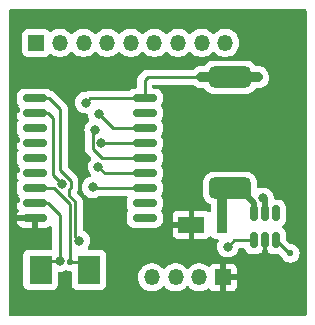
<source format=gbr>
%TF.GenerationSoftware,KiCad,Pcbnew,7.0.1-3b83917a11~172~ubuntu22.04.1*%
%TF.CreationDate,2023-03-19T17:12:06-07:00*%
%TF.ProjectId,CAN_Controller,43414e5f-436f-46e7-9472-6f6c6c65722e,rev?*%
%TF.SameCoordinates,Original*%
%TF.FileFunction,Copper,L1,Top*%
%TF.FilePolarity,Positive*%
%FSLAX46Y46*%
G04 Gerber Fmt 4.6, Leading zero omitted, Abs format (unit mm)*
G04 Created by KiCad (PCBNEW 7.0.1-3b83917a11~172~ubuntu22.04.1) date 2023-03-19 17:12:06*
%MOMM*%
%LPD*%
G01*
G04 APERTURE LIST*
G04 Aperture macros list*
%AMRoundRect*
0 Rectangle with rounded corners*
0 $1 Rounding radius*
0 $2 $3 $4 $5 $6 $7 $8 $9 X,Y pos of 4 corners*
0 Add a 4 corners polygon primitive as box body*
4,1,4,$2,$3,$4,$5,$6,$7,$8,$9,$2,$3,0*
0 Add four circle primitives for the rounded corners*
1,1,$1+$1,$2,$3*
1,1,$1+$1,$4,$5*
1,1,$1+$1,$6,$7*
1,1,$1+$1,$8,$9*
0 Add four rect primitives between the rounded corners*
20,1,$1+$1,$2,$3,$4,$5,0*
20,1,$1+$1,$4,$5,$6,$7,0*
20,1,$1+$1,$6,$7,$8,$9,0*
20,1,$1+$1,$8,$9,$2,$3,0*%
G04 Aperture macros list end*
%TA.AperFunction,ComponentPad*%
%ADD10R,1.350000X1.350000*%
%TD*%
%TA.AperFunction,ComponentPad*%
%ADD11O,1.350000X1.350000*%
%TD*%
%TA.AperFunction,SMDPad,CuDef*%
%ADD12RoundRect,0.150000X-0.875000X-0.150000X0.875000X-0.150000X0.875000X0.150000X-0.875000X0.150000X0*%
%TD*%
%TA.AperFunction,SMDPad,CuDef*%
%ADD13R,1.900000X2.400000*%
%TD*%
%TA.AperFunction,SMDPad,CuDef*%
%ADD14RoundRect,0.445000X-1.335000X-0.445000X1.335000X-0.445000X1.335000X0.445000X-1.335000X0.445000X0*%
%TD*%
%TA.AperFunction,SMDPad,CuDef*%
%ADD15RoundRect,0.150000X0.150000X-0.512500X0.150000X0.512500X-0.150000X0.512500X-0.150000X-0.512500X0*%
%TD*%
%TA.AperFunction,SMDPad,CuDef*%
%ADD16R,2.200000X1.400000*%
%TD*%
%TA.AperFunction,SMDPad,CuDef*%
%ADD17R,0.900000X1.400000*%
%TD*%
%TA.AperFunction,ViaPad*%
%ADD18C,0.533400*%
%TD*%
%TA.AperFunction,ViaPad*%
%ADD19C,0.800000*%
%TD*%
%TA.AperFunction,Conductor*%
%ADD20C,0.508000*%
%TD*%
%TA.AperFunction,Conductor*%
%ADD21C,0.250000*%
%TD*%
%TA.AperFunction,Conductor*%
%ADD22C,0.825500*%
%TD*%
G04 APERTURE END LIST*
D10*
%TO.P,J1,1,Pin_1*%
%TO.N,GND*%
X138584000Y-95729000D03*
D11*
%TO.P,J1,2,Pin_2*%
%TO.N,Vdd*%
X136584000Y-95729000D03*
%TO.P,J1,3,Pin_3*%
%TO.N,CAN L*%
X134584000Y-95729000D03*
%TO.P,J1,4,Pin_4*%
%TO.N,CAN H*%
X132584000Y-95729000D03*
%TD*%
D10*
%TO.P,J5,1,Pin_1*%
%TO.N,Net-(J5-Pin_1)*%
X122794000Y-75879000D03*
D11*
%TO.P,J5,2,Pin_2*%
%TO.N,Net-(J5-Pin_2)*%
X124794000Y-75879000D03*
%TO.P,J5,3,Pin_3*%
%TO.N,Net-(J5-Pin_3)*%
X126794000Y-75879000D03*
%TO.P,J5,4,Pin_4*%
%TO.N,Net-(J5-Pin_4)*%
X128794000Y-75879000D03*
%TO.P,J5,5,Pin_5*%
%TO.N,Net-(J5-Pin_5)*%
X130794000Y-75879000D03*
%TO.P,J5,6,Pin_6*%
%TO.N,Net-(J5-Pin_6)*%
X132794000Y-75879000D03*
%TO.P,J5,7,Pin_7*%
%TO.N,Net-(J5-Pin_7)*%
X134794000Y-75879000D03*
%TO.P,J5,8,Pin_8*%
%TO.N,Net-(J5-Pin_8)*%
X136794000Y-75879000D03*
%TO.P,J5,9,Pin_9*%
%TO.N,Vos*%
X138794000Y-75879000D03*
%TD*%
D12*
%TO.P,U2,1,TXCAN*%
%TO.N,Net-(U2-TXCAN)*%
X122669000Y-80559000D03*
%TO.P,U2,2,RXCAN*%
%TO.N,Net-(U2-RXCAN)*%
X122669000Y-81829000D03*
%TO.P,U2,3,CLKOUT/SOF*%
%TO.N,unconnected-(U2-CLKOUT{slash}SOF-Pad3)*%
X122669000Y-83099000D03*
%TO.P,U2,4,~{TX0RTS}*%
%TO.N,unconnected-(U2-~{TX0RTS}-Pad4)*%
X122669000Y-84369000D03*
%TO.P,U2,5,~{TX1RTS}*%
%TO.N,unconnected-(U2-~{TX1RTS}-Pad5)*%
X122669000Y-85639000D03*
%TO.P,U2,6,~{TX2RTS}*%
%TO.N,unconnected-(U2-~{TX2RTS}-Pad6)*%
X122669000Y-86909000D03*
%TO.P,U2,7,OSC2*%
%TO.N,Net-(U2-OSC2)*%
X122669000Y-88179000D03*
%TO.P,U2,8,OSC1*%
%TO.N,Net-(U2-OSC1)*%
X122669000Y-89449000D03*
%TO.P,U2,9,VSS*%
%TO.N,GND*%
X122669000Y-90719000D03*
%TO.P,U2,10,~{RX1BF}*%
%TO.N,unconnected-(U2-~{RX1BF}-Pad10)*%
X131969000Y-90719000D03*
%TO.P,U2,11,~{RX0BF}*%
%TO.N,unconnected-(U2-~{RX0BF}-Pad11)*%
X131969000Y-89449000D03*
%TO.P,U2,12,~{INT}*%
%TO.N,Net-(U1-PB0)*%
X131969000Y-88179000D03*
%TO.P,U2,13,SCK*%
%TO.N,Net-(U1-PA3)*%
X131969000Y-86909000D03*
%TO.P,U2,14,SI*%
%TO.N,Net-(U1-PA1)*%
X131969000Y-85639000D03*
%TO.P,U2,15,SO*%
%TO.N,Net-(U1-PA2)*%
X131969000Y-84369000D03*
%TO.P,U2,16,~{CS}*%
%TO.N,Net-(J5-Pin_8)*%
X131969000Y-83099000D03*
%TO.P,U2,17,~{RESET}*%
%TO.N,unconnected-(U2-~{RESET}-Pad17)*%
X131969000Y-81829000D03*
%TO.P,U2,18,VDD*%
%TO.N,Vos*%
X131969000Y-80559000D03*
%TD*%
D13*
%TO.P,Y1,1,IN/OUT*%
%TO.N,Net-(U2-OSC2)*%
X127250000Y-95100000D03*
%TO.P,Y1,2,OUT/IN*%
%TO.N,Net-(U2-OSC1)*%
X123150000Y-95100000D03*
%TD*%
D14*
%TO.P,L1,1,A*%
%TO.N,Net-(D1-K)*%
X139204000Y-88179000D03*
%TO.P,L1,2,B*%
%TO.N,Vos*%
X139204000Y-78779000D03*
%TD*%
D15*
%TO.P,U4,1,BOOST*%
%TO.N,Net-(U4-BOOST)*%
X141194000Y-92591500D03*
%TO.P,U4,2,GND*%
%TO.N,GND*%
X142144000Y-92591500D03*
%TO.P,U4,3,VFB*%
%TO.N,Net-(U4-VFB)*%
X143094000Y-92591500D03*
%TO.P,U4,4,EN*%
%TO.N,unconnected-(U4-EN-Pad4)*%
X143094000Y-90316500D03*
%TO.P,U4,5,VIN*%
%TO.N,Vdd*%
X142144000Y-90316500D03*
%TO.P,U4,6,SW*%
%TO.N,Net-(D1-K)*%
X141194000Y-90316500D03*
%TD*%
D16*
%TO.P,D1,1,A*%
%TO.N,GND*%
X135930000Y-91280000D03*
D17*
%TO.P,D1,2,K*%
%TO.N,Net-(D1-K)*%
X138480000Y-91280000D03*
%TD*%
D18*
%TO.N,GND*%
X121150000Y-84060000D03*
X123730000Y-98300000D03*
X141610000Y-86400000D03*
X126230000Y-73900000D03*
X121150000Y-76440000D03*
X144150000Y-92200000D03*
X141610000Y-83300000D03*
X144050000Y-80600000D03*
X128810000Y-98300000D03*
X144150000Y-86400000D03*
X131280000Y-94280000D03*
X123690000Y-73900000D03*
X121150000Y-91680000D03*
X136390000Y-73900000D03*
X121150000Y-94220000D03*
X141510000Y-98300000D03*
X143990000Y-76440000D03*
X138970000Y-98300000D03*
X127850000Y-92100000D03*
X136530000Y-86400000D03*
X131310000Y-73900000D03*
X121150000Y-78980000D03*
X144050000Y-95600000D03*
X133990000Y-86400000D03*
X126270000Y-98300000D03*
X141470000Y-73900000D03*
X133950000Y-89500000D03*
X121150000Y-96760000D03*
X136530000Y-83300000D03*
X127250000Y-90500000D03*
X133850000Y-73900000D03*
X133890000Y-98300000D03*
X139070000Y-83300000D03*
X144150000Y-83300000D03*
D19*
X125150000Y-95600000D03*
D18*
X121150000Y-89140000D03*
X144050000Y-98300000D03*
X133990000Y-83300000D03*
X136430000Y-98300000D03*
X141510000Y-80600000D03*
X121150000Y-98300000D03*
X139070000Y-86400000D03*
X136430000Y-80600000D03*
X141450000Y-76440000D03*
X138930000Y-73900000D03*
X121150000Y-81520000D03*
X121150000Y-73900000D03*
X133890000Y-80600000D03*
X122750000Y-92600000D03*
X144150000Y-89100000D03*
X128770000Y-73900000D03*
X121150000Y-86600000D03*
X144010000Y-73900000D03*
X138970000Y-80600000D03*
X131350000Y-98300000D03*
D19*
%TO.N,Vdd*%
X141984000Y-89041500D03*
%TO.N,Vos*%
X141569000Y-78779000D03*
X136769000Y-78779000D03*
X126981701Y-80941701D03*
%TO.N,Net-(U2-OSC1)*%
X124769000Y-94379000D03*
D18*
%TO.N,Net-(U2-OSC2)*%
X125650000Y-94400000D03*
D19*
%TO.N,Net-(U4-BOOST)*%
X139010000Y-93120000D03*
%TO.N,Net-(J5-Pin_8)*%
X128061300Y-81911300D03*
D18*
%TO.N,Net-(U4-VFB)*%
X144310000Y-93690000D03*
D19*
%TO.N,Net-(U1-PB0)*%
X127550000Y-88100000D03*
%TO.N,Net-(U1-PA1)*%
X127774451Y-83249049D03*
%TO.N,Net-(U1-PA2)*%
X128279000Y-84369000D03*
%TO.N,Net-(U1-PA3)*%
X128053103Y-86372397D03*
%TO.N,Net-(U2-TXCAN)*%
X126440000Y-92624000D03*
%TO.N,Net-(U2-RXCAN)*%
X124979000Y-87829000D03*
%TD*%
D20*
%TO.N,Vdd*%
X142144000Y-90316500D02*
X142144000Y-89201500D01*
X142144000Y-89201500D02*
X141984000Y-89041500D01*
D21*
%TO.N,Vos*%
X131969000Y-79021000D02*
X132211000Y-78779000D01*
D22*
X141569000Y-78779000D02*
X139204000Y-78779000D01*
D21*
X127364402Y-80559000D02*
X131969000Y-80559000D01*
X132211000Y-78779000D02*
X139204000Y-78779000D01*
D22*
X136769000Y-78779000D02*
X139204000Y-78779000D01*
D21*
X126981701Y-80941701D02*
X127364402Y-80559000D01*
X131969000Y-80559000D02*
X131969000Y-79021000D01*
%TO.N,Net-(U2-OSC1)*%
X124769000Y-94379000D02*
X123871000Y-94379000D01*
X123777299Y-89449000D02*
X122669000Y-89449000D01*
X124769000Y-90440701D02*
X123777299Y-89449000D01*
X124769000Y-94379000D02*
X124769000Y-90440701D01*
X123871000Y-94379000D02*
X123150000Y-95100000D01*
%TO.N,Net-(U2-OSC2)*%
X125650000Y-94400000D02*
X126550000Y-94400000D01*
X125650000Y-89525305D02*
X124303695Y-88179000D01*
X125650000Y-94400000D02*
X125650000Y-89525305D01*
X124303695Y-88179000D02*
X122669000Y-88179000D01*
X126550000Y-94400000D02*
X127250000Y-95100000D01*
%TO.N,Net-(U4-BOOST)*%
X139010000Y-93120000D02*
X139530000Y-92600000D01*
X139530000Y-92600000D02*
X141185500Y-92600000D01*
X141185500Y-92600000D02*
X141194000Y-92591500D01*
D20*
%TO.N,Net-(D1-K)*%
X141194000Y-89451500D02*
X139921500Y-88179000D01*
D22*
X138480000Y-91280000D02*
X138480000Y-88903000D01*
X138480000Y-88903000D02*
X139204000Y-88179000D01*
D20*
X139921500Y-88179000D02*
X139204000Y-88179000D01*
X141194000Y-90316500D02*
X141194000Y-89451500D01*
D21*
%TO.N,Net-(J5-Pin_8)*%
X131968000Y-83100000D02*
X131969000Y-83099000D01*
X129250000Y-83100000D02*
X131968000Y-83100000D01*
X128061300Y-81911300D02*
X129250000Y-83100000D01*
%TO.N,Net-(U4-VFB)*%
X144192500Y-93690000D02*
X143094000Y-92591500D01*
X144310000Y-93690000D02*
X144192500Y-93690000D01*
%TO.N,Net-(U1-PB0)*%
X127629000Y-88179000D02*
X131969000Y-88179000D01*
X127550000Y-88100000D02*
X127629000Y-88179000D01*
%TO.N,Net-(U1-PA1)*%
X127774451Y-83249049D02*
X127554000Y-83469500D01*
X127554000Y-84848695D02*
X128344305Y-85639000D01*
X128344305Y-85639000D02*
X131969000Y-85639000D01*
X127554000Y-83469500D02*
X127554000Y-84848695D01*
%TO.N,Net-(U1-PA2)*%
X128279000Y-84369000D02*
X131969000Y-84369000D01*
%TO.N,Net-(U1-PA3)*%
X128589706Y-86909000D02*
X131969000Y-86909000D01*
X128053103Y-86372397D02*
X128589706Y-86909000D01*
%TO.N,Net-(U2-TXCAN)*%
X126100000Y-89338909D02*
X125550000Y-88788909D01*
X126440000Y-92624000D02*
X126100000Y-92284000D01*
X125550000Y-88283305D02*
X125704000Y-88129305D01*
X126100000Y-92284000D02*
X126100000Y-89338909D01*
X125704000Y-88129305D02*
X125704000Y-87528695D01*
X125550000Y-88788909D02*
X125550000Y-88283305D01*
X124830000Y-81480000D02*
X123909000Y-80559000D01*
X125704000Y-87528695D02*
X124830000Y-86654695D01*
X124830000Y-86654695D02*
X124830000Y-81480000D01*
X123909000Y-80559000D02*
X122669000Y-80559000D01*
%TO.N,Net-(U2-RXCAN)*%
X123769000Y-81829000D02*
X124200000Y-82260000D01*
X124200000Y-87050000D02*
X124979000Y-87829000D01*
X124200000Y-82260000D02*
X124200000Y-87050000D01*
X122669000Y-81829000D02*
X123769000Y-81829000D01*
%TD*%
%TA.AperFunction,Conductor*%
%TO.N,GND*%
G36*
X145618000Y-73026613D02*
G01*
X145663387Y-73072000D01*
X145680000Y-73134000D01*
X145680000Y-98855500D01*
X145663387Y-98917500D01*
X145618000Y-98962887D01*
X145556000Y-98979500D01*
X120604000Y-98979500D01*
X120542000Y-98962887D01*
X120496613Y-98917500D01*
X120480000Y-98855500D01*
X120480000Y-90969000D01*
X121146704Y-90969000D01*
X121146900Y-90971488D01*
X121192719Y-91129200D01*
X121276317Y-91270557D01*
X121392442Y-91386682D01*
X121533802Y-91470282D01*
X121691506Y-91516099D01*
X121728361Y-91519000D01*
X122419000Y-91519000D01*
X122419000Y-90969000D01*
X121146704Y-90969000D01*
X120480000Y-90969000D01*
X120480000Y-89665499D01*
X121135500Y-89665499D01*
X121138438Y-89702834D01*
X121184854Y-89862600D01*
X121277521Y-90019291D01*
X121276285Y-90020021D01*
X121298155Y-90057887D01*
X121298176Y-90122053D01*
X121280924Y-90151969D01*
X121284291Y-90153961D01*
X121192719Y-90308799D01*
X121146900Y-90466511D01*
X121146704Y-90468999D01*
X121146705Y-90469000D01*
X122795000Y-90469000D01*
X122857000Y-90485613D01*
X122902387Y-90531000D01*
X122919000Y-90593000D01*
X122919000Y-91519000D01*
X123609639Y-91519000D01*
X123646493Y-91516099D01*
X123804197Y-91470282D01*
X123948379Y-91385014D01*
X124010526Y-91367750D01*
X124072937Y-91384036D01*
X124118724Y-91429465D01*
X124135500Y-91491746D01*
X124135500Y-93267500D01*
X124118887Y-93329500D01*
X124073500Y-93374887D01*
X124011500Y-93391500D01*
X122151362Y-93391500D01*
X122124445Y-93394393D01*
X122090794Y-93398011D01*
X121953796Y-93449110D01*
X121836738Y-93536738D01*
X121749110Y-93653796D01*
X121698011Y-93790794D01*
X121691500Y-93851366D01*
X121691500Y-96348634D01*
X121698011Y-96409205D01*
X121749110Y-96546203D01*
X121836738Y-96663261D01*
X121953796Y-96750889D01*
X122090794Y-96801988D01*
X122090797Y-96801988D01*
X122090799Y-96801989D01*
X122151362Y-96808500D01*
X124148634Y-96808500D01*
X124148638Y-96808500D01*
X124209201Y-96801989D01*
X124209203Y-96801988D01*
X124209205Y-96801988D01*
X124287124Y-96772924D01*
X124346204Y-96750889D01*
X124463261Y-96663261D01*
X124550889Y-96546204D01*
X124581764Y-96463425D01*
X124601988Y-96409205D01*
X124601988Y-96409203D01*
X124601989Y-96409201D01*
X124608500Y-96348638D01*
X124608500Y-95411500D01*
X124625113Y-95349500D01*
X124670500Y-95304113D01*
X124732500Y-95287500D01*
X124864489Y-95287500D01*
X125051285Y-95247795D01*
X125051286Y-95247794D01*
X125051288Y-95247794D01*
X125225752Y-95170118D01*
X125263582Y-95142632D01*
X125318445Y-95120267D01*
X125377423Y-95125909D01*
X125476409Y-95160546D01*
X125649998Y-95180105D01*
X125649999Y-95180104D01*
X125650000Y-95180105D01*
X125651528Y-95179932D01*
X125653615Y-95179698D01*
X125721301Y-95191197D01*
X125772494Y-95236946D01*
X125791500Y-95302918D01*
X125791500Y-96348634D01*
X125798011Y-96409205D01*
X125849110Y-96546203D01*
X125936738Y-96663261D01*
X126053796Y-96750889D01*
X126190794Y-96801988D01*
X126190797Y-96801988D01*
X126190799Y-96801989D01*
X126251362Y-96808500D01*
X128248634Y-96808500D01*
X128248638Y-96808500D01*
X128309201Y-96801989D01*
X128309203Y-96801988D01*
X128309205Y-96801988D01*
X128387124Y-96772924D01*
X128446204Y-96750889D01*
X128563261Y-96663261D01*
X128650889Y-96546204D01*
X128681764Y-96463425D01*
X128701988Y-96409205D01*
X128701988Y-96409203D01*
X128701989Y-96409201D01*
X128708500Y-96348638D01*
X128708500Y-95728999D01*
X131395430Y-95728999D01*
X131415667Y-95947395D01*
X131475692Y-96158364D01*
X131573456Y-96354700D01*
X131705636Y-96529735D01*
X131867724Y-96677497D01*
X131867726Y-96677498D01*
X131867727Y-96677499D01*
X132054209Y-96792964D01*
X132258732Y-96872197D01*
X132474333Y-96912500D01*
X132693665Y-96912500D01*
X132693667Y-96912500D01*
X132909268Y-96872197D01*
X133113791Y-96792964D01*
X133300273Y-96677499D01*
X133462364Y-96529734D01*
X133462365Y-96529733D01*
X133485046Y-96499699D01*
X133528728Y-96463425D01*
X133584000Y-96450425D01*
X133639272Y-96463425D01*
X133682954Y-96499699D01*
X133705634Y-96529733D01*
X133867724Y-96677497D01*
X133867726Y-96677498D01*
X133867727Y-96677499D01*
X134054209Y-96792964D01*
X134258732Y-96872197D01*
X134474333Y-96912500D01*
X134693665Y-96912500D01*
X134693667Y-96912500D01*
X134909268Y-96872197D01*
X135113791Y-96792964D01*
X135300273Y-96677499D01*
X135462364Y-96529734D01*
X135462365Y-96529733D01*
X135485046Y-96499699D01*
X135528728Y-96463425D01*
X135584000Y-96450425D01*
X135639272Y-96463425D01*
X135682954Y-96499699D01*
X135705634Y-96529733D01*
X135867724Y-96677497D01*
X135867726Y-96677498D01*
X135867727Y-96677499D01*
X136054209Y-96792964D01*
X136258732Y-96872197D01*
X136474333Y-96912500D01*
X136693665Y-96912500D01*
X136693667Y-96912500D01*
X136909268Y-96872197D01*
X137113791Y-96792964D01*
X137300273Y-96677499D01*
X137311595Y-96667177D01*
X137372518Y-96636892D01*
X137440251Y-96643311D01*
X137494401Y-96684501D01*
X137551808Y-96761187D01*
X137666910Y-96847352D01*
X137801624Y-96897597D01*
X137861176Y-96904000D01*
X138334000Y-96904000D01*
X138334000Y-95979000D01*
X138834000Y-95979000D01*
X138834000Y-96904000D01*
X139306824Y-96904000D01*
X139366375Y-96897597D01*
X139501089Y-96847352D01*
X139616188Y-96761188D01*
X139702352Y-96646089D01*
X139752597Y-96511375D01*
X139759000Y-96451824D01*
X139759000Y-95979000D01*
X138834000Y-95979000D01*
X138334000Y-95979000D01*
X138334000Y-94554000D01*
X138834000Y-94554000D01*
X138834000Y-95479000D01*
X139759000Y-95479000D01*
X139759000Y-95006176D01*
X139752597Y-94946624D01*
X139702352Y-94811910D01*
X139616188Y-94696811D01*
X139501089Y-94610647D01*
X139366375Y-94560402D01*
X139306824Y-94554000D01*
X138834000Y-94554000D01*
X138334000Y-94554000D01*
X137861176Y-94554000D01*
X137801624Y-94560402D01*
X137666910Y-94610647D01*
X137551809Y-94696811D01*
X137494401Y-94773499D01*
X137440251Y-94814688D01*
X137372520Y-94821107D01*
X137311597Y-94790824D01*
X137300273Y-94780501D01*
X137113791Y-94665036D01*
X136909268Y-94585803D01*
X136693667Y-94545500D01*
X136474333Y-94545500D01*
X136258732Y-94585802D01*
X136258732Y-94585803D01*
X136054208Y-94665036D01*
X135867724Y-94780502D01*
X135705636Y-94928265D01*
X135682953Y-94958303D01*
X135639271Y-94994576D01*
X135584000Y-95007575D01*
X135528729Y-94994576D01*
X135485047Y-94958303D01*
X135462363Y-94928265D01*
X135300275Y-94780502D01*
X135113791Y-94665036D01*
X134973397Y-94610647D01*
X134909268Y-94585803D01*
X134693667Y-94545500D01*
X134474333Y-94545500D01*
X134258732Y-94585802D01*
X134258732Y-94585803D01*
X134054208Y-94665036D01*
X133867724Y-94780502D01*
X133705636Y-94928265D01*
X133682953Y-94958303D01*
X133639271Y-94994576D01*
X133584000Y-95007575D01*
X133528729Y-94994576D01*
X133485047Y-94958303D01*
X133462363Y-94928265D01*
X133300275Y-94780502D01*
X133113791Y-94665036D01*
X132973397Y-94610647D01*
X132909268Y-94585803D01*
X132693667Y-94545500D01*
X132474333Y-94545500D01*
X132258732Y-94585802D01*
X132258732Y-94585803D01*
X132054208Y-94665036D01*
X131867724Y-94780502D01*
X131705636Y-94928264D01*
X131573456Y-95103299D01*
X131475692Y-95299635D01*
X131415667Y-95510604D01*
X131395430Y-95728999D01*
X128708500Y-95728999D01*
X128708500Y-93851362D01*
X128701989Y-93790799D01*
X128701988Y-93790797D01*
X128701988Y-93790794D01*
X128650889Y-93653796D01*
X128563261Y-93536738D01*
X128446203Y-93449110D01*
X128309205Y-93398011D01*
X128278919Y-93394755D01*
X128248638Y-93391500D01*
X128248634Y-93391500D01*
X127249955Y-93391500D01*
X127194820Y-93378568D01*
X127151185Y-93342470D01*
X127128151Y-93290735D01*
X127130523Y-93234153D01*
X127157806Y-93184527D01*
X127161741Y-93180155D01*
X127179040Y-93160944D01*
X127274527Y-92995556D01*
X127333542Y-92813928D01*
X127353504Y-92624000D01*
X127333542Y-92434072D01*
X127274527Y-92252444D01*
X127274527Y-92252443D01*
X127179042Y-92087058D01*
X127111910Y-92012501D01*
X127051253Y-91945134D01*
X126896752Y-91832882D01*
X126896751Y-91832881D01*
X126807065Y-91792951D01*
X126768302Y-91765809D01*
X126742529Y-91726122D01*
X126733500Y-91679671D01*
X126733500Y-91530000D01*
X134330000Y-91530000D01*
X134330000Y-92027824D01*
X134336402Y-92087375D01*
X134386647Y-92222089D01*
X134472811Y-92337188D01*
X134587910Y-92423352D01*
X134722624Y-92473597D01*
X134782176Y-92480000D01*
X135680000Y-92480000D01*
X136180000Y-92480000D01*
X137077824Y-92480000D01*
X137137375Y-92473597D01*
X137272089Y-92423352D01*
X137387187Y-92337189D01*
X137425423Y-92286113D01*
X137469186Y-92249539D01*
X137524691Y-92236423D01*
X137580195Y-92249539D01*
X137623958Y-92286113D01*
X137666738Y-92343261D01*
X137783796Y-92430889D01*
X137920794Y-92481988D01*
X137920797Y-92481988D01*
X137920799Y-92481989D01*
X137981362Y-92488500D01*
X138110777Y-92488500D01*
X138172777Y-92505113D01*
X138218164Y-92550500D01*
X138234777Y-92612500D01*
X138218164Y-92674500D01*
X138175472Y-92748443D01*
X138116458Y-92930070D01*
X138096496Y-93120000D01*
X138116458Y-93309929D01*
X138175472Y-93491556D01*
X138270957Y-93656941D01*
X138270960Y-93656944D01*
X138398747Y-93798866D01*
X138471007Y-93851366D01*
X138553248Y-93911118D01*
X138727714Y-93988795D01*
X138914511Y-94028500D01*
X138914513Y-94028500D01*
X139105487Y-94028500D01*
X139105489Y-94028500D01*
X139292285Y-93988795D01*
X139292286Y-93988794D01*
X139292288Y-93988794D01*
X139466752Y-93911118D01*
X139621253Y-93798866D01*
X139749040Y-93656944D01*
X139765490Y-93628453D01*
X139844527Y-93491556D01*
X139890026Y-93351525D01*
X139900535Y-93319181D01*
X139926316Y-93274528D01*
X139968031Y-93244220D01*
X140018466Y-93233500D01*
X140302793Y-93233500D01*
X140354412Y-93244755D01*
X140396660Y-93276476D01*
X140421869Y-93322905D01*
X140434854Y-93367600D01*
X140519547Y-93510808D01*
X140637191Y-93628452D01*
X140780399Y-93713145D01*
X140940165Y-93759561D01*
X140940169Y-93759562D01*
X140977498Y-93762500D01*
X141410499Y-93762500D01*
X141410502Y-93762500D01*
X141447831Y-93759562D01*
X141607601Y-93713145D01*
X141614227Y-93709226D01*
X141677351Y-93691957D01*
X141718119Y-93703111D01*
X141718759Y-93700911D01*
X141891511Y-93751099D01*
X141893999Y-93751295D01*
X141894000Y-93751295D01*
X141894000Y-93501532D01*
X141911268Y-93438411D01*
X141912635Y-93436099D01*
X141953145Y-93367601D01*
X141999562Y-93207831D01*
X142002500Y-93170502D01*
X142002500Y-92465500D01*
X142019113Y-92403500D01*
X142064500Y-92358113D01*
X142126500Y-92341500D01*
X142161500Y-92341500D01*
X142223500Y-92358113D01*
X142268887Y-92403500D01*
X142285500Y-92465500D01*
X142285500Y-93170499D01*
X142288438Y-93207834D01*
X142334854Y-93367600D01*
X142376732Y-93438411D01*
X142394000Y-93501532D01*
X142394000Y-93751295D01*
X142396489Y-93751099D01*
X142569243Y-93700911D01*
X142569882Y-93703112D01*
X142610645Y-93691957D01*
X142673772Y-93709226D01*
X142680399Y-93713145D01*
X142760284Y-93736353D01*
X142840165Y-93759561D01*
X142840169Y-93759562D01*
X142877498Y-93762500D01*
X142877501Y-93762500D01*
X143315374Y-93762500D01*
X143315374Y-93763761D01*
X143360456Y-93769983D01*
X143405242Y-93798646D01*
X143572108Y-93965512D01*
X143601468Y-94012238D01*
X143607149Y-94028475D01*
X143700088Y-94176388D01*
X143823611Y-94299911D01*
X143971524Y-94392850D01*
X144136409Y-94450546D01*
X144310000Y-94470105D01*
X144483590Y-94450546D01*
X144648475Y-94392850D01*
X144796388Y-94299911D01*
X144919911Y-94176388D01*
X145012850Y-94028475D01*
X145070546Y-93863590D01*
X145090105Y-93690000D01*
X145086380Y-93656944D01*
X145070546Y-93516409D01*
X145012850Y-93351524D01*
X144919911Y-93203611D01*
X144796388Y-93080088D01*
X144648475Y-92987149D01*
X144483589Y-92929453D01*
X144351200Y-92914537D01*
X144311281Y-92903037D01*
X144277402Y-92878998D01*
X143938819Y-92540414D01*
X143911939Y-92500186D01*
X143902500Y-92452733D01*
X143902500Y-92012501D01*
X143902500Y-92012498D01*
X143899562Y-91975169D01*
X143897043Y-91966500D01*
X143853145Y-91815399D01*
X143768452Y-91672191D01*
X143639731Y-91543470D01*
X143642020Y-91541180D01*
X143616665Y-91515417D01*
X143600386Y-91453969D01*
X143616695Y-91392528D01*
X143642020Y-91366819D01*
X143639731Y-91364530D01*
X143768452Y-91235808D01*
X143768453Y-91235807D01*
X143853145Y-91092601D01*
X143899562Y-90932831D01*
X143902500Y-90895502D01*
X143902500Y-89737498D01*
X143899562Y-89700169D01*
X143889490Y-89665502D01*
X143853145Y-89540399D01*
X143768452Y-89397191D01*
X143650808Y-89279547D01*
X143507600Y-89194854D01*
X143347834Y-89148438D01*
X143329166Y-89146968D01*
X143310502Y-89145500D01*
X143310499Y-89145500D01*
X143020085Y-89145500D01*
X142961871Y-89130986D01*
X142917284Y-89090840D01*
X142896764Y-89034462D01*
X142896431Y-89031292D01*
X142877542Y-88851572D01*
X142839927Y-88735807D01*
X142818527Y-88669943D01*
X142723042Y-88504558D01*
X142658461Y-88432834D01*
X142595253Y-88362634D01*
X142459069Y-88263690D01*
X142440751Y-88250381D01*
X142266285Y-88172704D01*
X142079489Y-88133000D01*
X142079487Y-88133000D01*
X141888513Y-88133000D01*
X141888511Y-88133000D01*
X141701711Y-88172705D01*
X141666934Y-88188189D01*
X141606770Y-88198527D01*
X141548964Y-88178904D01*
X141507527Y-88134076D01*
X141492500Y-88074909D01*
X141492500Y-87678700D01*
X141486599Y-87612329D01*
X141482384Y-87564916D01*
X141429037Y-87378476D01*
X141429036Y-87378475D01*
X141429036Y-87378473D01*
X141339252Y-87206592D01*
X141339251Y-87206590D01*
X141216703Y-87056297D01*
X141066410Y-86933749D01*
X141066408Y-86933748D01*
X141066407Y-86933747D01*
X140894526Y-86843963D01*
X140708084Y-86790616D01*
X140594304Y-86780500D01*
X137813696Y-86780500D01*
X137722672Y-86788592D01*
X137699915Y-86790616D01*
X137513473Y-86843963D01*
X137341592Y-86933747D01*
X137191297Y-87056297D01*
X137068747Y-87206592D01*
X136978963Y-87378473D01*
X136925616Y-87564915D01*
X136925616Y-87564916D01*
X136915500Y-87678696D01*
X136915500Y-88679304D01*
X136921887Y-88751142D01*
X136925616Y-88793084D01*
X136978963Y-88979526D01*
X137068747Y-89151407D01*
X137068749Y-89151410D01*
X137191297Y-89301703D01*
X137341590Y-89424251D01*
X137341592Y-89424252D01*
X137492162Y-89502904D01*
X137540804Y-89548559D01*
X137558750Y-89612812D01*
X137558750Y-90103519D01*
X137540245Y-90168686D01*
X137490254Y-90214403D01*
X137423697Y-90227025D01*
X137360439Y-90202786D01*
X137272089Y-90136647D01*
X137137375Y-90086402D01*
X137077824Y-90080000D01*
X136180000Y-90080000D01*
X136180000Y-92480000D01*
X135680000Y-92480000D01*
X135680000Y-91530000D01*
X134330000Y-91530000D01*
X126733500Y-91530000D01*
X126733500Y-89422537D01*
X126735788Y-89401801D01*
X126735700Y-89399003D01*
X126735701Y-89399000D01*
X126733560Y-89330909D01*
X126733500Y-89327015D01*
X126733500Y-89299055D01*
X126732981Y-89294948D01*
X126732064Y-89283297D01*
X126731946Y-89279547D01*
X126730673Y-89239019D01*
X126724978Y-89219420D01*
X126721033Y-89200371D01*
X126718474Y-89180112D01*
X126702163Y-89138916D01*
X126698380Y-89127867D01*
X126697248Y-89123970D01*
X126686018Y-89085315D01*
X126675622Y-89067737D01*
X126667067Y-89050275D01*
X126659552Y-89031292D01*
X126642077Y-89007240D01*
X126633512Y-88995451D01*
X126627098Y-88985687D01*
X126604541Y-88947545D01*
X126590107Y-88933111D01*
X126577470Y-88918316D01*
X126576559Y-88917062D01*
X126565472Y-88901802D01*
X126531324Y-88873552D01*
X126522696Y-88865700D01*
X126268766Y-88611770D01*
X126238120Y-88561167D01*
X126234408Y-88502124D01*
X126248974Y-88469411D01*
X126247392Y-88468727D01*
X126271207Y-88413688D01*
X126276343Y-88403200D01*
X126297695Y-88364365D01*
X126302773Y-88344582D01*
X126309070Y-88326190D01*
X126317181Y-88307450D01*
X126324112Y-88263681D01*
X126326478Y-88252258D01*
X126337500Y-88209335D01*
X126337500Y-88188921D01*
X126339027Y-88169522D01*
X126339102Y-88169045D01*
X126342220Y-88149362D01*
X126338050Y-88105248D01*
X126337500Y-88093579D01*
X126337500Y-87612329D01*
X126339789Y-87591586D01*
X126339701Y-87588790D01*
X126339702Y-87588787D01*
X126337560Y-87520664D01*
X126337500Y-87516770D01*
X126337500Y-87488842D01*
X126337500Y-87488839D01*
X126336982Y-87484742D01*
X126336065Y-87473093D01*
X126335029Y-87440122D01*
X126334674Y-87428806D01*
X126328977Y-87409196D01*
X126325033Y-87390155D01*
X126322474Y-87369898D01*
X126306161Y-87328697D01*
X126302386Y-87317670D01*
X126290019Y-87275102D01*
X126279622Y-87257523D01*
X126271064Y-87240052D01*
X126263552Y-87221079D01*
X126263552Y-87221078D01*
X126237505Y-87185227D01*
X126231098Y-87175473D01*
X126208543Y-87137334D01*
X126204120Y-87132911D01*
X126194101Y-87122892D01*
X126181472Y-87108105D01*
X126169472Y-87091588D01*
X126135324Y-87063338D01*
X126126685Y-87055476D01*
X125499819Y-86428609D01*
X125472939Y-86388381D01*
X125463500Y-86340928D01*
X125463500Y-81563634D01*
X125465789Y-81542891D01*
X125465701Y-81540095D01*
X125465702Y-81540092D01*
X125463560Y-81471969D01*
X125463500Y-81468075D01*
X125463500Y-81440147D01*
X125463500Y-81440144D01*
X125462982Y-81436047D01*
X125462065Y-81424398D01*
X125460674Y-81380111D01*
X125454974Y-81360494D01*
X125451033Y-81341464D01*
X125448474Y-81321203D01*
X125432163Y-81280007D01*
X125428381Y-81268960D01*
X125416018Y-81226408D01*
X125416018Y-81226407D01*
X125405622Y-81208829D01*
X125397069Y-81191371D01*
X125389552Y-81172383D01*
X125363503Y-81136530D01*
X125357099Y-81126780D01*
X125334542Y-81088638D01*
X125320107Y-81074203D01*
X125307469Y-81059406D01*
X125295472Y-81042893D01*
X125261324Y-81014643D01*
X125252685Y-81006781D01*
X125187605Y-80941701D01*
X126068197Y-80941701D01*
X126088159Y-81131630D01*
X126147173Y-81313257D01*
X126242658Y-81478642D01*
X126242661Y-81478645D01*
X126370448Y-81620567D01*
X126509191Y-81721370D01*
X126524949Y-81732819D01*
X126699415Y-81810496D01*
X126886212Y-81850201D01*
X127029724Y-81850201D01*
X127087938Y-81864715D01*
X127132525Y-81904861D01*
X127153044Y-81961237D01*
X127161901Y-82045499D01*
X127167758Y-82101229D01*
X127226772Y-82282856D01*
X127269027Y-82356042D01*
X127285564Y-82413714D01*
X127273091Y-82472399D01*
X127234526Y-82518359D01*
X127163202Y-82570179D01*
X127035408Y-82712107D01*
X126939923Y-82877492D01*
X126880909Y-83059119D01*
X126860947Y-83249049D01*
X126880909Y-83438978D01*
X126914431Y-83542146D01*
X126920500Y-83580464D01*
X126920500Y-84765062D01*
X126918210Y-84785803D01*
X126920439Y-84856712D01*
X126920500Y-84860608D01*
X126920500Y-84888550D01*
X126921018Y-84892651D01*
X126921934Y-84904292D01*
X126923326Y-84948583D01*
X126929022Y-84968187D01*
X126932967Y-84987239D01*
X126935525Y-85007493D01*
X126951838Y-85048696D01*
X126955621Y-85059744D01*
X126967982Y-85102288D01*
X126978374Y-85119861D01*
X126986931Y-85137328D01*
X126994448Y-85156313D01*
X127020491Y-85192158D01*
X127026905Y-85201922D01*
X127049458Y-85240057D01*
X127063890Y-85254489D01*
X127076526Y-85269284D01*
X127088526Y-85285800D01*
X127122667Y-85314044D01*
X127131308Y-85321907D01*
X127387583Y-85578183D01*
X127419098Y-85631685D01*
X127420724Y-85693758D01*
X127392052Y-85748836D01*
X127314062Y-85835452D01*
X127218575Y-86000840D01*
X127159561Y-86182467D01*
X127139599Y-86372396D01*
X127159561Y-86562326D01*
X127218575Y-86743953D01*
X127314062Y-86909341D01*
X127365881Y-86966890D01*
X127406158Y-87011622D01*
X127435298Y-87068812D01*
X127431939Y-87132911D01*
X127396981Y-87186743D01*
X127339790Y-87215884D01*
X127267713Y-87231204D01*
X127093248Y-87308881D01*
X126938748Y-87421133D01*
X126810957Y-87563058D01*
X126715472Y-87728443D01*
X126656458Y-87910070D01*
X126636496Y-88100000D01*
X126656458Y-88289929D01*
X126715472Y-88471556D01*
X126810957Y-88636941D01*
X126810960Y-88636944D01*
X126938747Y-88778866D01*
X127076169Y-88878709D01*
X127093248Y-88891118D01*
X127267714Y-88968795D01*
X127454511Y-89008500D01*
X127454513Y-89008500D01*
X127645487Y-89008500D01*
X127645489Y-89008500D01*
X127832285Y-88968795D01*
X127832286Y-88968794D01*
X127832288Y-88968794D01*
X128006752Y-88891118D01*
X128023768Y-88878755D01*
X128082365Y-88836182D01*
X128116933Y-88818569D01*
X128155251Y-88812500D01*
X130399282Y-88812500D01*
X130461563Y-88829276D01*
X130506992Y-88875063D01*
X130523278Y-88937474D01*
X130506014Y-88999621D01*
X130484854Y-89035399D01*
X130438438Y-89195165D01*
X130435500Y-89232501D01*
X130435500Y-89665499D01*
X130438438Y-89702834D01*
X130484854Y-89862600D01*
X130577521Y-90019291D01*
X130574390Y-90021142D01*
X130592152Y-90051906D01*
X130592152Y-90116094D01*
X130574390Y-90146857D01*
X130577521Y-90148709D01*
X130484854Y-90305399D01*
X130438438Y-90465165D01*
X130435500Y-90502501D01*
X130435500Y-90935499D01*
X130438438Y-90972834D01*
X130484854Y-91132600D01*
X130569547Y-91275808D01*
X130687191Y-91393452D01*
X130830399Y-91478145D01*
X130990165Y-91524561D01*
X130990169Y-91524562D01*
X131027498Y-91527500D01*
X132910499Y-91527500D01*
X132910502Y-91527500D01*
X132947831Y-91524562D01*
X133107601Y-91478145D01*
X133250807Y-91393453D01*
X133368453Y-91275807D01*
X133453145Y-91132601D01*
X133482953Y-91030000D01*
X134330000Y-91030000D01*
X135680000Y-91030000D01*
X135680000Y-90080000D01*
X134782176Y-90080000D01*
X134722624Y-90086402D01*
X134587910Y-90136647D01*
X134472811Y-90222811D01*
X134386647Y-90337910D01*
X134336402Y-90472624D01*
X134330000Y-90532176D01*
X134330000Y-91030000D01*
X133482953Y-91030000D01*
X133499562Y-90972831D01*
X133502500Y-90935502D01*
X133502500Y-90502498D01*
X133499562Y-90465169D01*
X133453145Y-90305399D01*
X133406795Y-90227025D01*
X133360479Y-90148709D01*
X133363612Y-90146855D01*
X133345851Y-90116106D01*
X133345851Y-90051894D01*
X133363612Y-90021144D01*
X133360479Y-90019291D01*
X133399748Y-89952890D01*
X133453145Y-89862601D01*
X133499562Y-89702831D01*
X133502500Y-89665502D01*
X133502500Y-89232498D01*
X133499562Y-89195169D01*
X133499470Y-89194854D01*
X133453145Y-89035399D01*
X133360479Y-88878709D01*
X133363612Y-88876855D01*
X133345851Y-88846106D01*
X133345851Y-88781894D01*
X133363612Y-88751144D01*
X133360479Y-88749291D01*
X133407405Y-88669943D01*
X133453145Y-88592601D01*
X133499562Y-88432831D01*
X133502500Y-88395502D01*
X133502500Y-87962498D01*
X133499562Y-87925169D01*
X133495175Y-87910070D01*
X133453145Y-87765399D01*
X133360479Y-87608709D01*
X133363612Y-87606855D01*
X133345851Y-87576106D01*
X133345851Y-87511894D01*
X133363612Y-87481144D01*
X133360479Y-87479291D01*
X133401933Y-87409196D01*
X133453145Y-87322601D01*
X133499562Y-87162831D01*
X133502500Y-87125502D01*
X133502500Y-86692498D01*
X133499562Y-86655169D01*
X133453145Y-86495399D01*
X133360479Y-86338709D01*
X133363612Y-86336855D01*
X133345851Y-86306106D01*
X133345851Y-86241894D01*
X133363612Y-86211144D01*
X133360479Y-86209291D01*
X133399748Y-86142890D01*
X133453145Y-86052601D01*
X133499562Y-85892831D01*
X133502500Y-85855502D01*
X133502500Y-85422498D01*
X133499562Y-85385169D01*
X133478898Y-85314044D01*
X133453145Y-85225399D01*
X133360479Y-85068709D01*
X133363612Y-85066855D01*
X133345851Y-85036106D01*
X133345851Y-84971894D01*
X133363612Y-84941144D01*
X133360479Y-84939291D01*
X133409316Y-84856712D01*
X133453145Y-84782601D01*
X133499562Y-84622831D01*
X133502500Y-84585502D01*
X133502500Y-84152498D01*
X133499562Y-84115169D01*
X133453145Y-83955399D01*
X133368453Y-83812193D01*
X133360479Y-83798709D01*
X133363612Y-83796855D01*
X133345851Y-83766106D01*
X133345851Y-83701894D01*
X133363612Y-83671144D01*
X133360479Y-83669291D01*
X133399748Y-83602890D01*
X133453145Y-83512601D01*
X133499562Y-83352831D01*
X133502500Y-83315502D01*
X133502500Y-82882498D01*
X133499562Y-82845169D01*
X133453145Y-82685399D01*
X133360479Y-82528709D01*
X133363612Y-82526855D01*
X133345851Y-82496106D01*
X133345851Y-82431894D01*
X133363612Y-82401144D01*
X133360479Y-82399291D01*
X133431394Y-82279379D01*
X133453145Y-82242601D01*
X133499562Y-82082831D01*
X133502500Y-82045502D01*
X133502500Y-81612498D01*
X133499562Y-81575169D01*
X133490184Y-81542891D01*
X133453145Y-81415399D01*
X133360479Y-81258709D01*
X133363612Y-81256855D01*
X133345851Y-81226106D01*
X133345851Y-81161894D01*
X133363612Y-81131144D01*
X133360479Y-81129291D01*
X133432931Y-81006781D01*
X133453145Y-80972601D01*
X133499562Y-80812831D01*
X133502500Y-80775502D01*
X133502500Y-80342498D01*
X133499562Y-80305169D01*
X133453145Y-80145399D01*
X133414660Y-80080324D01*
X133368452Y-80002191D01*
X133250808Y-79884547D01*
X133107600Y-79799854D01*
X132947834Y-79753438D01*
X132929166Y-79751969D01*
X132910502Y-79750500D01*
X132910499Y-79750500D01*
X132726500Y-79750500D01*
X132664500Y-79733887D01*
X132619113Y-79688500D01*
X132602500Y-79626500D01*
X132602500Y-79536500D01*
X132619113Y-79474500D01*
X132664500Y-79429113D01*
X132726500Y-79412500D01*
X136048187Y-79412500D01*
X136092625Y-79420736D01*
X136131156Y-79444347D01*
X136164644Y-79474500D01*
X136224522Y-79528415D01*
X136392229Y-79625240D01*
X136480874Y-79654042D01*
X136576406Y-79685083D01*
X136720714Y-79700250D01*
X136968146Y-79700250D01*
X137021340Y-79712239D01*
X137064248Y-79745889D01*
X137068747Y-79751407D01*
X137068749Y-79751410D01*
X137191297Y-79901703D01*
X137341590Y-80024251D01*
X137341592Y-80024252D01*
X137513473Y-80114036D01*
X137513475Y-80114036D01*
X137513476Y-80114037D01*
X137699916Y-80167384D01*
X137813696Y-80177500D01*
X140594300Y-80177500D01*
X140594304Y-80177500D01*
X140708084Y-80167384D01*
X140894524Y-80114037D01*
X141066410Y-80024251D01*
X141216703Y-79901703D01*
X141339251Y-79751410D01*
X141339252Y-79751407D01*
X141343752Y-79745889D01*
X141386660Y-79712239D01*
X141439854Y-79700250D01*
X141617282Y-79700250D01*
X141617286Y-79700250D01*
X141761594Y-79685083D01*
X141945770Y-79625240D01*
X142113480Y-79528413D01*
X142257394Y-79398832D01*
X142371221Y-79242163D01*
X142449987Y-79065250D01*
X142451799Y-79056726D01*
X142490250Y-78875829D01*
X142490250Y-78682171D01*
X142449988Y-78492752D01*
X142371220Y-78315836D01*
X142257395Y-78159168D01*
X142113480Y-78029586D01*
X141945770Y-77932759D01*
X141761595Y-77872917D01*
X141732732Y-77869883D01*
X141617286Y-77857750D01*
X141617282Y-77857750D01*
X141439854Y-77857750D01*
X141386660Y-77845761D01*
X141343752Y-77812111D01*
X141339252Y-77806592D01*
X141339251Y-77806590D01*
X141216703Y-77656297D01*
X141066410Y-77533749D01*
X141066408Y-77533748D01*
X141066407Y-77533747D01*
X140894526Y-77443963D01*
X140708084Y-77390616D01*
X140708083Y-77390615D01*
X140594304Y-77380500D01*
X137813696Y-77380500D01*
X137722671Y-77388592D01*
X137699915Y-77390616D01*
X137513473Y-77443963D01*
X137341592Y-77533747D01*
X137341588Y-77533749D01*
X137341590Y-77533749D01*
X137191297Y-77656297D01*
X137068749Y-77806590D01*
X137068747Y-77806592D01*
X137064248Y-77812111D01*
X137021340Y-77845761D01*
X136968146Y-77857750D01*
X136720714Y-77857750D01*
X136624508Y-77867861D01*
X136576404Y-77872917D01*
X136392229Y-77932759D01*
X136224522Y-78029584D01*
X136173582Y-78075451D01*
X136131156Y-78113652D01*
X136092625Y-78137264D01*
X136048187Y-78145500D01*
X132294634Y-78145500D01*
X132273891Y-78143210D01*
X132202970Y-78145439D01*
X132199075Y-78145500D01*
X132171141Y-78145500D01*
X132167037Y-78146018D01*
X132155405Y-78146933D01*
X132111110Y-78148325D01*
X132091496Y-78154023D01*
X132072460Y-78157965D01*
X132052206Y-78160525D01*
X132011016Y-78176832D01*
X131999970Y-78180613D01*
X131957407Y-78192979D01*
X131939828Y-78203376D01*
X131922364Y-78211932D01*
X131913620Y-78215394D01*
X131903382Y-78219448D01*
X131867539Y-78245489D01*
X131857782Y-78251898D01*
X131819638Y-78274457D01*
X131805200Y-78288895D01*
X131790411Y-78301525D01*
X131773894Y-78313525D01*
X131745645Y-78347672D01*
X131737784Y-78356311D01*
X131580179Y-78513915D01*
X131563895Y-78526962D01*
X131515337Y-78578670D01*
X131512632Y-78581462D01*
X131492861Y-78601233D01*
X131490321Y-78604508D01*
X131482752Y-78613369D01*
X131452414Y-78645677D01*
X131442582Y-78663563D01*
X131431901Y-78679823D01*
X131419385Y-78695959D01*
X131401786Y-78736628D01*
X131396648Y-78747117D01*
X131375303Y-78785943D01*
X131370226Y-78805718D01*
X131363925Y-78824123D01*
X131355818Y-78842856D01*
X131348888Y-78886610D01*
X131346520Y-78898046D01*
X131335500Y-78940970D01*
X131335500Y-78961384D01*
X131333973Y-78980783D01*
X131330780Y-79000941D01*
X131334950Y-79045057D01*
X131335500Y-79056726D01*
X131335500Y-79626500D01*
X131318887Y-79688500D01*
X131273500Y-79733887D01*
X131211500Y-79750500D01*
X131027498Y-79750500D01*
X131011499Y-79751759D01*
X130990165Y-79753438D01*
X130830399Y-79799854D01*
X130687191Y-79884547D01*
X130682558Y-79889181D01*
X130642330Y-79916061D01*
X130594877Y-79925500D01*
X127448035Y-79925500D01*
X127427292Y-79923210D01*
X127356371Y-79925439D01*
X127352476Y-79925500D01*
X127324543Y-79925500D01*
X127320439Y-79926018D01*
X127308807Y-79926933D01*
X127264512Y-79928325D01*
X127244903Y-79934022D01*
X127225863Y-79937965D01*
X127205607Y-79940525D01*
X127164407Y-79956836D01*
X127153363Y-79960617D01*
X127110812Y-79972981D01*
X127110809Y-79972982D01*
X127093229Y-79983377D01*
X127075772Y-79991930D01*
X127056783Y-79999448D01*
X127042920Y-80009521D01*
X127008354Y-80027132D01*
X126970037Y-80033201D01*
X126886212Y-80033201D01*
X126699415Y-80072905D01*
X126524949Y-80150582D01*
X126370449Y-80262834D01*
X126242658Y-80404759D01*
X126147173Y-80570144D01*
X126088159Y-80751771D01*
X126068197Y-80941701D01*
X125187605Y-80941701D01*
X124416091Y-80170187D01*
X124403044Y-80153901D01*
X124351332Y-80105341D01*
X124348564Y-80102659D01*
X124328770Y-80082865D01*
X124328769Y-80082864D01*
X124328768Y-80082863D01*
X124325495Y-80080324D01*
X124316622Y-80072745D01*
X124284321Y-80042414D01*
X124266433Y-80032580D01*
X124250169Y-80021896D01*
X124234040Y-80009385D01*
X124193377Y-79991789D01*
X124182883Y-79986648D01*
X124144062Y-79965305D01*
X124132386Y-79962307D01*
X124124284Y-79960227D01*
X124105879Y-79953926D01*
X124087145Y-79945819D01*
X124087143Y-79945818D01*
X124087142Y-79945818D01*
X124043382Y-79938887D01*
X124031955Y-79936521D01*
X124025554Y-79934877D01*
X123968716Y-79902456D01*
X123950807Y-79884547D01*
X123950806Y-79884546D01*
X123950805Y-79884545D01*
X123807600Y-79799854D01*
X123647834Y-79753438D01*
X123629166Y-79751969D01*
X123610502Y-79750500D01*
X121727498Y-79750500D01*
X121711499Y-79751759D01*
X121690165Y-79753438D01*
X121530399Y-79799854D01*
X121387191Y-79884547D01*
X121269547Y-80002191D01*
X121184854Y-80145399D01*
X121138438Y-80305165D01*
X121135500Y-80342501D01*
X121135500Y-80775499D01*
X121138438Y-80812834D01*
X121184854Y-80972600D01*
X121277521Y-81129291D01*
X121274390Y-81131142D01*
X121292152Y-81161906D01*
X121292152Y-81226094D01*
X121274390Y-81256857D01*
X121277521Y-81258709D01*
X121184854Y-81415399D01*
X121138438Y-81575165D01*
X121135500Y-81612501D01*
X121135500Y-82045499D01*
X121138438Y-82082834D01*
X121184854Y-82242600D01*
X121277521Y-82399291D01*
X121274390Y-82401142D01*
X121292152Y-82431906D01*
X121292152Y-82496094D01*
X121274390Y-82526857D01*
X121277521Y-82528709D01*
X121184854Y-82685399D01*
X121138438Y-82845165D01*
X121135500Y-82882501D01*
X121135500Y-83315499D01*
X121138438Y-83352834D01*
X121184854Y-83512600D01*
X121277521Y-83669291D01*
X121274390Y-83671142D01*
X121292152Y-83701906D01*
X121292152Y-83766094D01*
X121274390Y-83796857D01*
X121277521Y-83798709D01*
X121184854Y-83955399D01*
X121138438Y-84115165D01*
X121135500Y-84152501D01*
X121135500Y-84585499D01*
X121138438Y-84622834D01*
X121184854Y-84782600D01*
X121277521Y-84939291D01*
X121274390Y-84941142D01*
X121292152Y-84971906D01*
X121292152Y-85036094D01*
X121274390Y-85066857D01*
X121277521Y-85068709D01*
X121184854Y-85225399D01*
X121138438Y-85385165D01*
X121135500Y-85422501D01*
X121135500Y-85855499D01*
X121138438Y-85892834D01*
X121184854Y-86052600D01*
X121277521Y-86209291D01*
X121274390Y-86211142D01*
X121292152Y-86241906D01*
X121292152Y-86306094D01*
X121274390Y-86336857D01*
X121277521Y-86338709D01*
X121184854Y-86495399D01*
X121138438Y-86655165D01*
X121135500Y-86692501D01*
X121135500Y-87125499D01*
X121138438Y-87162834D01*
X121184854Y-87322600D01*
X121277521Y-87479291D01*
X121274390Y-87481142D01*
X121292152Y-87511906D01*
X121292152Y-87576094D01*
X121274390Y-87606857D01*
X121277521Y-87608709D01*
X121184854Y-87765399D01*
X121138438Y-87925165D01*
X121138438Y-87925169D01*
X121135500Y-87962498D01*
X121135500Y-88395502D01*
X121136931Y-88413688D01*
X121138438Y-88432834D01*
X121184854Y-88592600D01*
X121277521Y-88749291D01*
X121274390Y-88751142D01*
X121292152Y-88781906D01*
X121292152Y-88846094D01*
X121274390Y-88876857D01*
X121277521Y-88878709D01*
X121184854Y-89035399D01*
X121138438Y-89195165D01*
X121135500Y-89232501D01*
X121135500Y-89665499D01*
X120480000Y-89665499D01*
X120480000Y-76602634D01*
X121610500Y-76602634D01*
X121617011Y-76663205D01*
X121668110Y-76800203D01*
X121755738Y-76917261D01*
X121872796Y-77004889D01*
X122009794Y-77055988D01*
X122009797Y-77055988D01*
X122009799Y-77055989D01*
X122070362Y-77062500D01*
X123517634Y-77062500D01*
X123517638Y-77062500D01*
X123578201Y-77055989D01*
X123578203Y-77055988D01*
X123578205Y-77055988D01*
X123668800Y-77022197D01*
X123715204Y-77004889D01*
X123832261Y-76917261D01*
X123889907Y-76840254D01*
X123944056Y-76799065D01*
X124011787Y-76792644D01*
X124072711Y-76822927D01*
X124076303Y-76826201D01*
X124077727Y-76827499D01*
X124264209Y-76942964D01*
X124468732Y-77022197D01*
X124684333Y-77062500D01*
X124903665Y-77062500D01*
X124903667Y-77062500D01*
X125119268Y-77022197D01*
X125323791Y-76942964D01*
X125510273Y-76827499D01*
X125672364Y-76679734D01*
X125672365Y-76679733D01*
X125695046Y-76649699D01*
X125738728Y-76613425D01*
X125794000Y-76600425D01*
X125849272Y-76613425D01*
X125892954Y-76649699D01*
X125915634Y-76679733D01*
X126077724Y-76827497D01*
X126077726Y-76827498D01*
X126077727Y-76827499D01*
X126264209Y-76942964D01*
X126468732Y-77022197D01*
X126684333Y-77062500D01*
X126903665Y-77062500D01*
X126903667Y-77062500D01*
X127119268Y-77022197D01*
X127323791Y-76942964D01*
X127510273Y-76827499D01*
X127672364Y-76679734D01*
X127672365Y-76679733D01*
X127695046Y-76649699D01*
X127738728Y-76613425D01*
X127794000Y-76600425D01*
X127849272Y-76613425D01*
X127892954Y-76649699D01*
X127915634Y-76679733D01*
X128077724Y-76827497D01*
X128077726Y-76827498D01*
X128077727Y-76827499D01*
X128264209Y-76942964D01*
X128468732Y-77022197D01*
X128684333Y-77062500D01*
X128903665Y-77062500D01*
X128903667Y-77062500D01*
X129119268Y-77022197D01*
X129323791Y-76942964D01*
X129510273Y-76827499D01*
X129672364Y-76679734D01*
X129672365Y-76679733D01*
X129695046Y-76649699D01*
X129738728Y-76613425D01*
X129794000Y-76600425D01*
X129849272Y-76613425D01*
X129892954Y-76649699D01*
X129915634Y-76679733D01*
X130077724Y-76827497D01*
X130077726Y-76827498D01*
X130077727Y-76827499D01*
X130264209Y-76942964D01*
X130468732Y-77022197D01*
X130684333Y-77062500D01*
X130903665Y-77062500D01*
X130903667Y-77062500D01*
X131119268Y-77022197D01*
X131323791Y-76942964D01*
X131510273Y-76827499D01*
X131672364Y-76679734D01*
X131672365Y-76679733D01*
X131695046Y-76649699D01*
X131738728Y-76613425D01*
X131794000Y-76600425D01*
X131849272Y-76613425D01*
X131892954Y-76649699D01*
X131915634Y-76679733D01*
X132077724Y-76827497D01*
X132077726Y-76827498D01*
X132077727Y-76827499D01*
X132264209Y-76942964D01*
X132468732Y-77022197D01*
X132684333Y-77062500D01*
X132903665Y-77062500D01*
X132903667Y-77062500D01*
X133119268Y-77022197D01*
X133323791Y-76942964D01*
X133510273Y-76827499D01*
X133672364Y-76679734D01*
X133672365Y-76679733D01*
X133695046Y-76649699D01*
X133738728Y-76613425D01*
X133794000Y-76600425D01*
X133849272Y-76613425D01*
X133892954Y-76649699D01*
X133915634Y-76679733D01*
X134077724Y-76827497D01*
X134077726Y-76827498D01*
X134077727Y-76827499D01*
X134264209Y-76942964D01*
X134468732Y-77022197D01*
X134684333Y-77062500D01*
X134903665Y-77062500D01*
X134903667Y-77062500D01*
X135119268Y-77022197D01*
X135323791Y-76942964D01*
X135510273Y-76827499D01*
X135672364Y-76679734D01*
X135672365Y-76679733D01*
X135695046Y-76649699D01*
X135738728Y-76613425D01*
X135794000Y-76600425D01*
X135849272Y-76613425D01*
X135892954Y-76649699D01*
X135915634Y-76679733D01*
X136077724Y-76827497D01*
X136077726Y-76827498D01*
X136077727Y-76827499D01*
X136264209Y-76942964D01*
X136468732Y-77022197D01*
X136684333Y-77062500D01*
X136903665Y-77062500D01*
X136903667Y-77062500D01*
X137119268Y-77022197D01*
X137323791Y-76942964D01*
X137510273Y-76827499D01*
X137672364Y-76679734D01*
X137672365Y-76679733D01*
X137695046Y-76649699D01*
X137738728Y-76613425D01*
X137794000Y-76600425D01*
X137849272Y-76613425D01*
X137892954Y-76649699D01*
X137915634Y-76679733D01*
X138077724Y-76827497D01*
X138077726Y-76827498D01*
X138077727Y-76827499D01*
X138264209Y-76942964D01*
X138468732Y-77022197D01*
X138684333Y-77062500D01*
X138903665Y-77062500D01*
X138903667Y-77062500D01*
X139119268Y-77022197D01*
X139323791Y-76942964D01*
X139510273Y-76827499D01*
X139672364Y-76679734D01*
X139804543Y-76504701D01*
X139902309Y-76308361D01*
X139962332Y-76097399D01*
X139982570Y-75879000D01*
X139962332Y-75660601D01*
X139902309Y-75449639D01*
X139804543Y-75253299D01*
X139793999Y-75239337D01*
X139672363Y-75078264D01*
X139510275Y-74930502D01*
X139323791Y-74815036D01*
X139323790Y-74815035D01*
X139119268Y-74735803D01*
X138903667Y-74695500D01*
X138684333Y-74695500D01*
X138468732Y-74735802D01*
X138468732Y-74735803D01*
X138264208Y-74815036D01*
X138077724Y-74930502D01*
X137915636Y-75078265D01*
X137892953Y-75108303D01*
X137849271Y-75144576D01*
X137794000Y-75157575D01*
X137738729Y-75144576D01*
X137695047Y-75108303D01*
X137672363Y-75078265D01*
X137510275Y-74930502D01*
X137323791Y-74815036D01*
X137323790Y-74815035D01*
X137119268Y-74735803D01*
X136903667Y-74695500D01*
X136684333Y-74695500D01*
X136468732Y-74735802D01*
X136468732Y-74735803D01*
X136264208Y-74815036D01*
X136077724Y-74930502D01*
X135915636Y-75078265D01*
X135892953Y-75108303D01*
X135849271Y-75144576D01*
X135794000Y-75157575D01*
X135738729Y-75144576D01*
X135695047Y-75108303D01*
X135672363Y-75078265D01*
X135510275Y-74930502D01*
X135323791Y-74815036D01*
X135323790Y-74815035D01*
X135119268Y-74735803D01*
X134903667Y-74695500D01*
X134684333Y-74695500D01*
X134468732Y-74735802D01*
X134468732Y-74735803D01*
X134264208Y-74815036D01*
X134077724Y-74930502D01*
X133915636Y-75078265D01*
X133892953Y-75108303D01*
X133849271Y-75144576D01*
X133794000Y-75157575D01*
X133738729Y-75144576D01*
X133695047Y-75108303D01*
X133672363Y-75078265D01*
X133510275Y-74930502D01*
X133323791Y-74815036D01*
X133323790Y-74815035D01*
X133119268Y-74735803D01*
X132903667Y-74695500D01*
X132684333Y-74695500D01*
X132468732Y-74735802D01*
X132468732Y-74735803D01*
X132264208Y-74815036D01*
X132077724Y-74930502D01*
X131915636Y-75078265D01*
X131892953Y-75108303D01*
X131849271Y-75144576D01*
X131794000Y-75157575D01*
X131738729Y-75144576D01*
X131695047Y-75108303D01*
X131672363Y-75078265D01*
X131510275Y-74930502D01*
X131323791Y-74815036D01*
X131323790Y-74815035D01*
X131119268Y-74735803D01*
X130903667Y-74695500D01*
X130684333Y-74695500D01*
X130468732Y-74735802D01*
X130468732Y-74735803D01*
X130264208Y-74815036D01*
X130077724Y-74930502D01*
X129915636Y-75078265D01*
X129892953Y-75108303D01*
X129849271Y-75144576D01*
X129794000Y-75157575D01*
X129738729Y-75144576D01*
X129695047Y-75108303D01*
X129672363Y-75078265D01*
X129510275Y-74930502D01*
X129323791Y-74815036D01*
X129323790Y-74815035D01*
X129119268Y-74735803D01*
X128903667Y-74695500D01*
X128684333Y-74695500D01*
X128468732Y-74735802D01*
X128468732Y-74735803D01*
X128264208Y-74815036D01*
X128077724Y-74930502D01*
X127915636Y-75078265D01*
X127892953Y-75108303D01*
X127849271Y-75144576D01*
X127794000Y-75157575D01*
X127738729Y-75144576D01*
X127695047Y-75108303D01*
X127672363Y-75078265D01*
X127510275Y-74930502D01*
X127323791Y-74815036D01*
X127323790Y-74815035D01*
X127119268Y-74735803D01*
X126903667Y-74695500D01*
X126684333Y-74695500D01*
X126468732Y-74735802D01*
X126468732Y-74735803D01*
X126264208Y-74815036D01*
X126077724Y-74930502D01*
X125915636Y-75078265D01*
X125892953Y-75108303D01*
X125849271Y-75144576D01*
X125794000Y-75157575D01*
X125738729Y-75144576D01*
X125695047Y-75108303D01*
X125672363Y-75078265D01*
X125510275Y-74930502D01*
X125323791Y-74815036D01*
X125323790Y-74815035D01*
X125119268Y-74735803D01*
X124903667Y-74695500D01*
X124684333Y-74695500D01*
X124468732Y-74735802D01*
X124468732Y-74735803D01*
X124264208Y-74815036D01*
X124077723Y-74930503D01*
X124072707Y-74935076D01*
X124011784Y-74965355D01*
X123944054Y-74958934D01*
X123889907Y-74917745D01*
X123832261Y-74840739D01*
X123832259Y-74840738D01*
X123832259Y-74840737D01*
X123715203Y-74753110D01*
X123578205Y-74702011D01*
X123547919Y-74698755D01*
X123517638Y-74695500D01*
X122070362Y-74695500D01*
X122043445Y-74698393D01*
X122009794Y-74702011D01*
X121872796Y-74753110D01*
X121755738Y-74840738D01*
X121668110Y-74957796D01*
X121617011Y-75094794D01*
X121610500Y-75155366D01*
X121610500Y-76602634D01*
X120480000Y-76602634D01*
X120480000Y-73134000D01*
X120496613Y-73072000D01*
X120542000Y-73026613D01*
X120604000Y-73010000D01*
X145556000Y-73010000D01*
X145618000Y-73026613D01*
G37*
%TD.AperFunction*%
%TD*%
M02*

</source>
